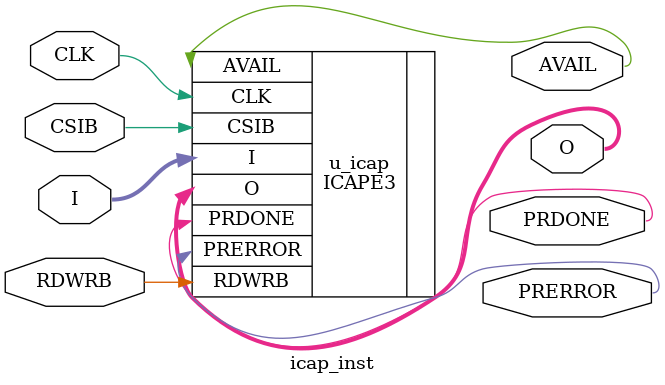
<source format=v>
`timescale 1ns / 1ps


module icap_inst(
    input CLK,
  (* X_INTERFACE_INFO = "xilinx.com:interface:icap:1.0 ICAP avail" *)   output        AVAIL,
  (* X_INTERFACE_INFO = "xilinx.com:interface:icap:1.0 ICAP o" *)       output [31:0] O,
  (* X_INTERFACE_INFO = "xilinx.com:interface:icap:1.0 ICAP prdone" *)  output        PRDONE,
  (* X_INTERFACE_INFO = "xilinx.com:interface:icap:1.0 ICAP prerror" *) output        PRERROR,
  (* X_INTERFACE_INFO = "xilinx.com:interface:icap:1.0 ICAP csib" *)    input         CSIB,
  (* X_INTERFACE_INFO = "xilinx.com:interface:icap:1.0 ICAP i" *)       input [31:0]  I,
  (* X_INTERFACE_INFO = "xilinx.com:interface:icap:1.0 ICAP rdwrb" *)   input         RDWRB
  );

   ICAPE3 u_icap (
      .AVAIL(AVAIL),          // 1-bit output: Availability status of ICAP
      .O(O),                  // 32-bit output: Configuration data output bus
      .PRDONE(PRDONE),        // 1-bit output: Indicates completion of Dynamic Function eXchange
      .PRERROR(PRERROR),      // 1-bit output: Indicates Error during Dynamic Function eXchange
      .CLK(CLK),              // 1-bit input: Clock input
      .CSIB(CSIB),            // 1-bit input: Active-Low ICAP enable
      .I(I),  // 32-bit input: Configuration data input bus
      .RDWRB(RDWRB)           // 1-bit input: Read/Write Select input
   );

endmodule




</source>
